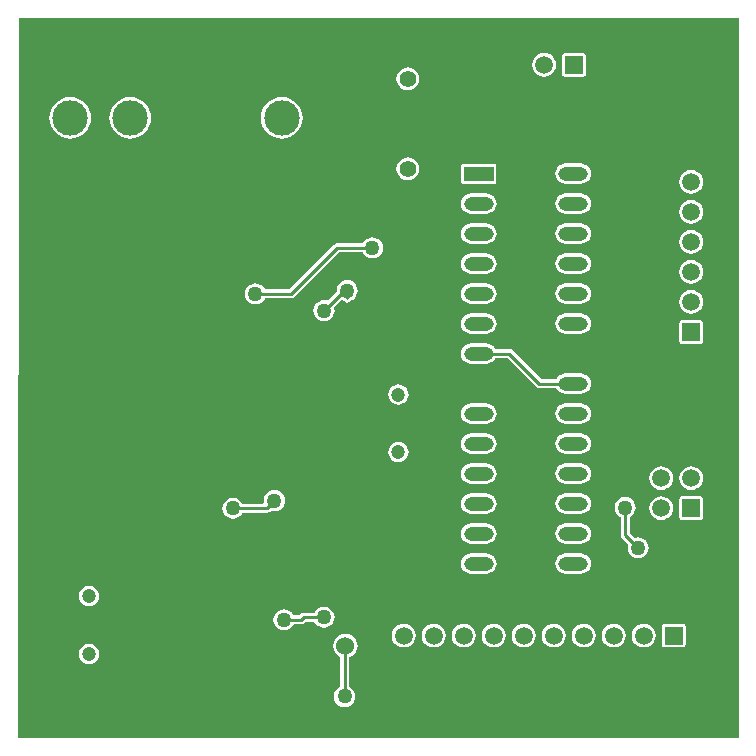
<source format=gbl>
G04 Layer_Physical_Order=2*
G04 Layer_Color=16711680*
%FSLAX44Y44*%
%MOMM*%
G71*
G01*
G75*
%ADD19C,0.2540*%
%ADD21R,1.5000X1.5000*%
%ADD22C,1.5000*%
%ADD23C,3.0000*%
%ADD24C,1.2000*%
%ADD25C,1.5240*%
%ADD26R,1.5000X1.5000*%
%ADD27O,2.5000X1.2000*%
%ADD28R,2.5000X1.2000*%
%ADD29C,1.4000*%
%ADD30C,1.2700*%
G36*
X1670000Y1230000D02*
Y620000D01*
X1060882Y620000D01*
X1059985Y620899D01*
X1061015Y1230000D01*
X1670000Y1230000D01*
D02*
G37*
%LPC*%
G36*
X1604600Y824727D02*
X1601979Y824382D01*
X1599537Y823370D01*
X1597439Y821761D01*
X1595830Y819663D01*
X1594818Y817221D01*
X1594473Y814600D01*
X1594818Y811979D01*
X1595830Y809537D01*
X1597439Y807439D01*
X1599537Y805830D01*
X1601979Y804818D01*
X1604600Y804473D01*
X1607221Y804818D01*
X1609663Y805830D01*
X1611761Y807439D01*
X1613370Y809537D01*
X1614382Y811979D01*
X1614727Y814600D01*
X1614382Y817221D01*
X1613370Y819663D01*
X1611761Y821761D01*
X1609663Y823370D01*
X1607221Y824382D01*
X1604600Y824727D01*
D02*
G37*
G36*
X1637500Y824690D02*
X1622500D01*
X1621509Y824493D01*
X1620669Y823931D01*
X1620107Y823091D01*
X1619910Y822100D01*
Y807100D01*
X1620107Y806109D01*
X1620669Y805269D01*
X1621509Y804707D01*
X1622500Y804510D01*
X1637500D01*
X1638491Y804707D01*
X1639331Y805269D01*
X1639893Y806109D01*
X1640090Y807100D01*
Y822100D01*
X1639893Y823091D01*
X1639331Y823931D01*
X1638491Y824493D01*
X1637500Y824690D01*
D02*
G37*
G36*
X1456500Y827014D02*
X1443500D01*
X1441271Y826720D01*
X1439193Y825860D01*
X1437409Y824491D01*
X1436040Y822707D01*
X1435180Y820629D01*
X1434886Y818400D01*
X1435180Y816171D01*
X1436040Y814093D01*
X1437409Y812309D01*
X1439193Y810940D01*
X1441271Y810080D01*
X1443500Y809786D01*
X1456500D01*
X1458729Y810080D01*
X1460807Y810940D01*
X1462591Y812309D01*
X1463960Y814093D01*
X1464820Y816171D01*
X1465114Y818400D01*
X1464820Y820629D01*
X1463960Y822707D01*
X1462591Y824491D01*
X1460807Y825860D01*
X1458729Y826720D01*
X1456500Y827014D01*
D02*
G37*
G36*
X1536500Y801614D02*
X1523500D01*
X1521271Y801320D01*
X1519193Y800460D01*
X1517409Y799091D01*
X1516040Y797307D01*
X1515180Y795229D01*
X1514886Y793000D01*
X1515180Y790771D01*
X1516040Y788693D01*
X1517409Y786909D01*
X1519193Y785540D01*
X1521271Y784680D01*
X1523500Y784386D01*
X1536500D01*
X1538729Y784680D01*
X1540807Y785540D01*
X1542591Y786909D01*
X1543960Y788693D01*
X1544820Y790771D01*
X1545114Y793000D01*
X1544820Y795229D01*
X1543960Y797307D01*
X1542591Y799091D01*
X1540807Y800460D01*
X1538729Y801320D01*
X1536500Y801614D01*
D02*
G37*
G36*
Y776214D02*
X1523500D01*
X1521271Y775920D01*
X1519193Y775060D01*
X1517409Y773691D01*
X1516040Y771907D01*
X1515180Y769829D01*
X1514886Y767600D01*
X1515180Y765371D01*
X1516040Y763293D01*
X1517409Y761509D01*
X1519193Y760140D01*
X1521271Y759280D01*
X1523500Y758986D01*
X1536500D01*
X1538729Y759280D01*
X1540807Y760140D01*
X1542591Y761509D01*
X1543960Y763293D01*
X1544820Y765371D01*
X1545114Y767600D01*
X1544820Y769829D01*
X1543960Y771907D01*
X1542591Y773691D01*
X1540807Y775060D01*
X1538729Y775920D01*
X1536500Y776214D01*
D02*
G37*
G36*
X1574000Y823967D02*
X1571679Y823661D01*
X1569517Y822765D01*
X1567660Y821340D01*
X1566235Y819483D01*
X1565339Y817321D01*
X1565033Y815000D01*
X1565339Y812679D01*
X1566235Y810517D01*
X1567660Y808660D01*
X1569517Y807235D01*
X1570115Y806987D01*
Y792000D01*
X1570411Y790513D01*
X1571253Y789253D01*
X1576587Y783919D01*
X1576339Y783321D01*
X1576033Y781000D01*
X1576339Y778679D01*
X1577235Y776517D01*
X1578660Y774660D01*
X1580517Y773235D01*
X1582679Y772339D01*
X1585000Y772033D01*
X1587321Y772339D01*
X1589483Y773235D01*
X1591340Y774660D01*
X1592765Y776517D01*
X1593661Y778679D01*
X1593967Y781000D01*
X1593661Y783321D01*
X1592765Y785483D01*
X1591340Y787340D01*
X1589483Y788765D01*
X1587321Y789661D01*
X1585000Y789967D01*
X1582679Y789661D01*
X1582081Y789413D01*
X1577885Y793609D01*
Y806987D01*
X1578483Y807235D01*
X1580340Y808660D01*
X1581765Y810517D01*
X1582661Y812679D01*
X1582967Y815000D01*
X1582661Y817321D01*
X1581765Y819483D01*
X1580340Y821340D01*
X1578483Y822765D01*
X1576321Y823661D01*
X1574000Y823967D01*
D02*
G37*
G36*
X1456500Y801614D02*
X1443500D01*
X1441271Y801320D01*
X1439193Y800460D01*
X1437409Y799091D01*
X1436040Y797307D01*
X1435180Y795229D01*
X1434886Y793000D01*
X1435180Y790771D01*
X1436040Y788693D01*
X1437409Y786909D01*
X1439193Y785540D01*
X1441271Y784680D01*
X1443500Y784386D01*
X1456500D01*
X1458729Y784680D01*
X1460807Y785540D01*
X1462591Y786909D01*
X1463960Y788693D01*
X1464820Y790771D01*
X1465114Y793000D01*
X1464820Y795229D01*
X1463960Y797307D01*
X1462591Y799091D01*
X1460807Y800460D01*
X1458729Y801320D01*
X1456500Y801614D01*
D02*
G37*
G36*
X1536500Y827014D02*
X1523500D01*
X1521271Y826720D01*
X1519193Y825860D01*
X1517409Y824491D01*
X1516040Y822707D01*
X1515180Y820629D01*
X1514886Y818400D01*
X1515180Y816171D01*
X1516040Y814093D01*
X1517409Y812309D01*
X1519193Y810940D01*
X1521271Y810080D01*
X1523500Y809786D01*
X1536500D01*
X1538729Y810080D01*
X1540807Y810940D01*
X1542591Y812309D01*
X1543960Y814093D01*
X1544820Y816171D01*
X1545114Y818400D01*
X1544820Y820629D01*
X1543960Y822707D01*
X1542591Y824491D01*
X1540807Y825860D01*
X1538729Y826720D01*
X1536500Y827014D01*
D02*
G37*
G36*
Y852414D02*
X1523500D01*
X1521271Y852120D01*
X1519193Y851260D01*
X1517409Y849891D01*
X1516040Y848107D01*
X1515180Y846029D01*
X1514886Y843800D01*
X1515180Y841571D01*
X1516040Y839493D01*
X1517409Y837709D01*
X1519193Y836340D01*
X1521271Y835480D01*
X1523500Y835186D01*
X1536500D01*
X1538729Y835480D01*
X1540807Y836340D01*
X1542591Y837709D01*
X1543960Y839493D01*
X1544820Y841571D01*
X1545114Y843800D01*
X1544820Y846029D01*
X1543960Y848107D01*
X1542591Y849891D01*
X1540807Y851260D01*
X1538729Y852120D01*
X1536500Y852414D01*
D02*
G37*
G36*
X1382000Y870614D02*
X1379771Y870320D01*
X1377693Y869460D01*
X1375909Y868091D01*
X1374540Y866307D01*
X1373680Y864229D01*
X1373386Y862000D01*
X1373680Y859771D01*
X1374540Y857693D01*
X1375909Y855909D01*
X1377693Y854540D01*
X1379771Y853680D01*
X1382000Y853386D01*
X1384229Y853680D01*
X1386307Y854540D01*
X1388091Y855909D01*
X1389460Y857693D01*
X1390320Y859771D01*
X1390614Y862000D01*
X1390320Y864229D01*
X1389460Y866307D01*
X1388091Y868091D01*
X1386307Y869460D01*
X1384229Y870320D01*
X1382000Y870614D01*
D02*
G37*
G36*
X1456500Y877814D02*
X1443500D01*
X1441271Y877520D01*
X1439193Y876660D01*
X1437409Y875291D01*
X1436040Y873507D01*
X1435180Y871429D01*
X1434886Y869200D01*
X1435180Y866971D01*
X1436040Y864893D01*
X1437409Y863109D01*
X1439193Y861740D01*
X1441271Y860880D01*
X1443500Y860586D01*
X1456500D01*
X1458729Y860880D01*
X1460807Y861740D01*
X1462591Y863109D01*
X1463960Y864893D01*
X1464820Y866971D01*
X1465114Y869200D01*
X1464820Y871429D01*
X1463960Y873507D01*
X1462591Y875291D01*
X1460807Y876660D01*
X1458729Y877520D01*
X1456500Y877814D01*
D02*
G37*
G36*
Y852414D02*
X1443500D01*
X1441271Y852120D01*
X1439193Y851260D01*
X1437409Y849891D01*
X1436040Y848107D01*
X1435180Y846029D01*
X1434886Y843800D01*
X1435180Y841571D01*
X1436040Y839493D01*
X1437409Y837709D01*
X1439193Y836340D01*
X1441271Y835480D01*
X1443500Y835186D01*
X1456500D01*
X1458729Y835480D01*
X1460807Y836340D01*
X1462591Y837709D01*
X1463960Y839493D01*
X1464820Y841571D01*
X1465114Y843800D01*
X1464820Y846029D01*
X1463960Y848107D01*
X1462591Y849891D01*
X1460807Y851260D01*
X1458729Y852120D01*
X1456500Y852414D01*
D02*
G37*
G36*
X1277000Y829967D02*
X1274679Y829661D01*
X1272517Y828765D01*
X1270660Y827340D01*
X1269235Y825483D01*
X1268339Y823321D01*
X1268033Y821000D01*
X1268210Y819655D01*
X1267154Y818385D01*
X1250013D01*
X1249765Y818983D01*
X1248340Y820840D01*
X1246483Y822265D01*
X1244321Y823161D01*
X1242000Y823467D01*
X1239679Y823161D01*
X1237517Y822265D01*
X1235660Y820840D01*
X1234235Y818983D01*
X1233339Y816821D01*
X1233033Y814500D01*
X1233339Y812179D01*
X1234235Y810017D01*
X1235660Y808160D01*
X1237517Y806735D01*
X1239679Y805839D01*
X1242000Y805533D01*
X1244321Y805839D01*
X1246483Y806735D01*
X1248340Y808160D01*
X1249765Y810017D01*
X1250013Y810615D01*
X1270500D01*
X1271987Y810911D01*
X1273247Y811753D01*
X1274081Y812587D01*
X1274679Y812339D01*
X1277000Y812033D01*
X1279321Y812339D01*
X1281483Y813235D01*
X1283340Y814660D01*
X1284765Y816517D01*
X1285661Y818679D01*
X1285967Y821000D01*
X1285661Y823321D01*
X1284765Y825483D01*
X1283340Y827340D01*
X1281483Y828765D01*
X1279321Y829661D01*
X1277000Y829967D01*
D02*
G37*
G36*
X1604600Y850127D02*
X1601979Y849782D01*
X1599537Y848770D01*
X1597439Y847161D01*
X1595830Y845063D01*
X1594818Y842621D01*
X1594473Y840000D01*
X1594818Y837379D01*
X1595830Y834937D01*
X1597439Y832839D01*
X1599537Y831230D01*
X1601979Y830218D01*
X1604600Y829873D01*
X1607221Y830218D01*
X1609663Y831230D01*
X1611761Y832839D01*
X1613370Y834937D01*
X1614382Y837379D01*
X1614727Y840000D01*
X1614382Y842621D01*
X1613370Y845063D01*
X1611761Y847161D01*
X1609663Y848770D01*
X1607221Y849782D01*
X1604600Y850127D01*
D02*
G37*
G36*
X1630000D02*
X1627379Y849782D01*
X1624937Y848770D01*
X1622839Y847161D01*
X1621230Y845063D01*
X1620218Y842621D01*
X1619873Y840000D01*
X1620218Y837379D01*
X1621230Y834937D01*
X1622839Y832839D01*
X1624937Y831230D01*
X1627379Y830218D01*
X1630000Y829873D01*
X1632621Y830218D01*
X1635063Y831230D01*
X1637161Y832839D01*
X1638770Y834937D01*
X1639782Y837379D01*
X1640127Y840000D01*
X1639782Y842621D01*
X1638770Y845063D01*
X1637161Y847161D01*
X1635063Y848770D01*
X1632621Y849782D01*
X1630000Y850127D01*
D02*
G37*
G36*
X1437350Y716877D02*
X1434729Y716532D01*
X1432287Y715520D01*
X1430189Y713911D01*
X1428580Y711813D01*
X1427568Y709371D01*
X1427223Y706750D01*
X1427568Y704129D01*
X1428580Y701687D01*
X1430189Y699589D01*
X1432287Y697980D01*
X1434729Y696968D01*
X1437350Y696623D01*
X1439971Y696968D01*
X1442413Y697980D01*
X1444511Y699589D01*
X1446120Y701687D01*
X1447132Y704129D01*
X1447477Y706750D01*
X1447132Y709371D01*
X1446120Y711813D01*
X1444511Y713911D01*
X1442413Y715520D01*
X1439971Y716532D01*
X1437350Y716877D01*
D02*
G37*
G36*
X1462750D02*
X1460129Y716532D01*
X1457687Y715520D01*
X1455589Y713911D01*
X1453980Y711813D01*
X1452968Y709371D01*
X1452623Y706750D01*
X1452968Y704129D01*
X1453980Y701687D01*
X1455589Y699589D01*
X1457687Y697980D01*
X1460129Y696968D01*
X1462750Y696623D01*
X1465371Y696968D01*
X1467813Y697980D01*
X1469911Y699589D01*
X1471520Y701687D01*
X1472532Y704129D01*
X1472877Y706750D01*
X1472532Y709371D01*
X1471520Y711813D01*
X1469911Y713911D01*
X1467813Y715520D01*
X1465371Y716532D01*
X1462750Y716877D01*
D02*
G37*
G36*
X1488150D02*
X1485529Y716532D01*
X1483087Y715520D01*
X1480989Y713911D01*
X1479380Y711813D01*
X1478368Y709371D01*
X1478023Y706750D01*
X1478368Y704129D01*
X1479380Y701687D01*
X1480989Y699589D01*
X1483087Y697980D01*
X1485529Y696968D01*
X1488150Y696623D01*
X1490771Y696968D01*
X1493213Y697980D01*
X1495311Y699589D01*
X1496920Y701687D01*
X1497932Y704129D01*
X1498277Y706750D01*
X1497932Y709371D01*
X1496920Y711813D01*
X1495311Y713911D01*
X1493213Y715520D01*
X1490771Y716532D01*
X1488150Y716877D01*
D02*
G37*
G36*
X1411950D02*
X1409329Y716532D01*
X1406887Y715520D01*
X1404789Y713911D01*
X1403180Y711813D01*
X1402168Y709371D01*
X1401823Y706750D01*
X1402168Y704129D01*
X1403180Y701687D01*
X1404789Y699589D01*
X1406887Y697980D01*
X1409329Y696968D01*
X1411950Y696623D01*
X1414571Y696968D01*
X1417013Y697980D01*
X1419111Y699589D01*
X1420720Y701687D01*
X1421732Y704129D01*
X1422077Y706750D01*
X1421732Y709371D01*
X1420720Y711813D01*
X1419111Y713911D01*
X1417013Y715520D01*
X1414571Y716532D01*
X1411950Y716877D01*
D02*
G37*
G36*
X1337250Y708248D02*
X1334598Y707898D01*
X1332126Y706875D01*
X1330004Y705246D01*
X1328375Y703124D01*
X1327352Y700652D01*
X1327002Y698000D01*
X1327352Y695348D01*
X1328375Y692876D01*
X1330004Y690754D01*
X1332126Y689125D01*
X1332615Y688923D01*
Y663263D01*
X1332017Y663015D01*
X1330160Y661590D01*
X1328735Y659733D01*
X1327839Y657571D01*
X1327533Y655250D01*
X1327839Y652929D01*
X1328735Y650767D01*
X1330160Y648910D01*
X1332017Y647485D01*
X1334179Y646589D01*
X1336500Y646283D01*
X1338821Y646589D01*
X1340983Y647485D01*
X1342840Y648910D01*
X1344265Y650767D01*
X1345161Y652929D01*
X1345467Y655250D01*
X1345161Y657571D01*
X1344265Y659733D01*
X1342840Y661590D01*
X1340983Y663015D01*
X1340385Y663263D01*
Y688301D01*
X1342374Y689125D01*
X1344496Y690754D01*
X1346125Y692876D01*
X1347148Y695348D01*
X1347498Y698000D01*
X1347148Y700652D01*
X1346125Y703124D01*
X1344496Y705246D01*
X1342374Y706875D01*
X1339902Y707898D01*
X1337250Y708248D01*
D02*
G37*
G36*
X1120000Y699814D02*
X1117771Y699520D01*
X1115693Y698660D01*
X1113909Y697291D01*
X1112540Y695507D01*
X1111680Y693429D01*
X1111386Y691200D01*
X1111680Y688971D01*
X1112540Y686893D01*
X1113909Y685109D01*
X1115693Y683740D01*
X1117771Y682880D01*
X1120000Y682586D01*
X1122229Y682880D01*
X1124307Y683740D01*
X1126091Y685109D01*
X1127460Y686893D01*
X1128320Y688971D01*
X1128614Y691200D01*
X1128320Y693429D01*
X1127460Y695507D01*
X1126091Y697291D01*
X1124307Y698660D01*
X1122229Y699520D01*
X1120000Y699814D01*
D02*
G37*
G36*
X1386550Y716877D02*
X1383929Y716532D01*
X1381487Y715520D01*
X1379389Y713911D01*
X1377780Y711813D01*
X1376768Y709371D01*
X1376423Y706750D01*
X1376768Y704129D01*
X1377780Y701687D01*
X1379389Y699589D01*
X1381487Y697980D01*
X1383929Y696968D01*
X1386550Y696623D01*
X1389171Y696968D01*
X1391613Y697980D01*
X1393711Y699589D01*
X1395320Y701687D01*
X1396332Y704129D01*
X1396677Y706750D01*
X1396332Y709371D01*
X1395320Y711813D01*
X1393711Y713911D01*
X1391613Y715520D01*
X1389171Y716532D01*
X1386550Y716877D01*
D02*
G37*
G36*
X1513550D02*
X1510929Y716532D01*
X1508487Y715520D01*
X1506389Y713911D01*
X1504780Y711813D01*
X1503768Y709371D01*
X1503423Y706750D01*
X1503768Y704129D01*
X1504780Y701687D01*
X1506389Y699589D01*
X1508487Y697980D01*
X1510929Y696968D01*
X1513550Y696623D01*
X1516171Y696968D01*
X1518613Y697980D01*
X1520711Y699589D01*
X1522320Y701687D01*
X1523332Y704129D01*
X1523677Y706750D01*
X1523332Y709371D01*
X1522320Y711813D01*
X1520711Y713911D01*
X1518613Y715520D01*
X1516171Y716532D01*
X1513550Y716877D01*
D02*
G37*
G36*
X1319000Y731217D02*
X1316679Y730911D01*
X1314517Y730015D01*
X1312660Y728590D01*
X1311235Y726733D01*
X1310987Y726135D01*
X1301750D01*
X1300263Y725839D01*
X1299003Y724997D01*
X1297891Y723885D01*
X1293263D01*
X1293015Y724483D01*
X1291590Y726340D01*
X1289733Y727765D01*
X1287571Y728661D01*
X1285250Y728967D01*
X1282929Y728661D01*
X1280767Y727765D01*
X1278910Y726340D01*
X1277485Y724483D01*
X1276589Y722321D01*
X1276283Y720000D01*
X1276589Y717679D01*
X1277485Y715517D01*
X1278910Y713660D01*
X1280767Y712235D01*
X1282929Y711339D01*
X1285250Y711033D01*
X1287571Y711339D01*
X1289733Y712235D01*
X1291590Y713660D01*
X1293015Y715517D01*
X1293263Y716115D01*
X1299500D01*
X1300987Y716411D01*
X1302247Y717253D01*
X1303359Y718365D01*
X1310987D01*
X1311235Y717767D01*
X1312660Y715910D01*
X1314517Y714485D01*
X1316679Y713589D01*
X1319000Y713283D01*
X1321321Y713589D01*
X1323483Y714485D01*
X1325340Y715910D01*
X1326765Y717767D01*
X1327661Y719929D01*
X1327967Y722250D01*
X1327661Y724571D01*
X1326765Y726733D01*
X1325340Y728590D01*
X1323483Y730015D01*
X1321321Y730911D01*
X1319000Y731217D01*
D02*
G37*
G36*
X1120000Y748614D02*
X1117771Y748320D01*
X1115693Y747460D01*
X1113909Y746091D01*
X1112540Y744307D01*
X1111680Y742229D01*
X1111386Y740000D01*
X1111680Y737771D01*
X1112540Y735693D01*
X1113909Y733909D01*
X1115693Y732540D01*
X1117771Y731680D01*
X1120000Y731386D01*
X1122229Y731680D01*
X1124307Y732540D01*
X1126091Y733909D01*
X1127460Y735693D01*
X1128320Y737771D01*
X1128614Y740000D01*
X1128320Y742229D01*
X1127460Y744307D01*
X1126091Y746091D01*
X1124307Y747460D01*
X1122229Y748320D01*
X1120000Y748614D01*
D02*
G37*
G36*
X1456500Y776214D02*
X1443500D01*
X1441271Y775920D01*
X1439193Y775060D01*
X1437409Y773691D01*
X1436040Y771907D01*
X1435180Y769829D01*
X1434886Y767600D01*
X1435180Y765371D01*
X1436040Y763293D01*
X1437409Y761509D01*
X1439193Y760140D01*
X1441271Y759280D01*
X1443500Y758986D01*
X1456500D01*
X1458729Y759280D01*
X1460807Y760140D01*
X1462591Y761509D01*
X1463960Y763293D01*
X1464820Y765371D01*
X1465114Y767600D01*
X1464820Y769829D01*
X1463960Y771907D01*
X1462591Y773691D01*
X1460807Y775060D01*
X1458729Y775920D01*
X1456500Y776214D01*
D02*
G37*
G36*
X1622650Y716840D02*
X1607650D01*
X1606659Y716643D01*
X1605819Y716081D01*
X1605257Y715241D01*
X1605060Y714250D01*
Y699250D01*
X1605257Y698259D01*
X1605819Y697419D01*
X1606659Y696857D01*
X1607650Y696660D01*
X1622650D01*
X1623641Y696857D01*
X1624481Y697419D01*
X1625043Y698259D01*
X1625240Y699250D01*
Y714250D01*
X1625043Y715241D01*
X1624481Y716081D01*
X1623641Y716643D01*
X1622650Y716840D01*
D02*
G37*
G36*
X1538950Y716877D02*
X1536329Y716532D01*
X1533887Y715520D01*
X1531789Y713911D01*
X1530180Y711813D01*
X1529168Y709371D01*
X1528823Y706750D01*
X1529168Y704129D01*
X1530180Y701687D01*
X1531789Y699589D01*
X1533887Y697980D01*
X1536329Y696968D01*
X1538950Y696623D01*
X1541571Y696968D01*
X1544013Y697980D01*
X1546111Y699589D01*
X1547720Y701687D01*
X1548732Y704129D01*
X1549077Y706750D01*
X1548732Y709371D01*
X1547720Y711813D01*
X1546111Y713911D01*
X1544013Y715520D01*
X1541571Y716532D01*
X1538950Y716877D01*
D02*
G37*
G36*
X1564350D02*
X1561729Y716532D01*
X1559287Y715520D01*
X1557189Y713911D01*
X1555580Y711813D01*
X1554568Y709371D01*
X1554223Y706750D01*
X1554568Y704129D01*
X1555580Y701687D01*
X1557189Y699589D01*
X1559287Y697980D01*
X1561729Y696968D01*
X1564350Y696623D01*
X1566971Y696968D01*
X1569413Y697980D01*
X1571511Y699589D01*
X1573120Y701687D01*
X1574132Y704129D01*
X1574477Y706750D01*
X1574132Y709371D01*
X1573120Y711813D01*
X1571511Y713911D01*
X1569413Y715520D01*
X1566971Y716532D01*
X1564350Y716877D01*
D02*
G37*
G36*
X1589750D02*
X1587129Y716532D01*
X1584687Y715520D01*
X1582589Y713911D01*
X1580980Y711813D01*
X1579968Y709371D01*
X1579623Y706750D01*
X1579968Y704129D01*
X1580980Y701687D01*
X1582589Y699589D01*
X1584687Y697980D01*
X1587129Y696968D01*
X1589750Y696623D01*
X1592371Y696968D01*
X1594813Y697980D01*
X1596911Y699589D01*
X1598520Y701687D01*
X1599532Y704129D01*
X1599877Y706750D01*
X1599532Y709371D01*
X1598520Y711813D01*
X1596911Y713911D01*
X1594813Y715520D01*
X1592371Y716532D01*
X1589750Y716877D01*
D02*
G37*
G36*
X1536500Y877814D02*
X1523500D01*
X1521271Y877520D01*
X1519193Y876660D01*
X1517409Y875291D01*
X1516040Y873507D01*
X1515180Y871429D01*
X1514886Y869200D01*
X1515180Y866971D01*
X1516040Y864893D01*
X1517409Y863109D01*
X1519193Y861740D01*
X1521271Y860880D01*
X1523500Y860586D01*
X1536500D01*
X1538729Y860880D01*
X1540807Y861740D01*
X1542591Y863109D01*
X1543960Y864893D01*
X1544820Y866971D01*
X1545114Y869200D01*
X1544820Y871429D01*
X1543960Y873507D01*
X1542591Y875291D01*
X1540807Y876660D01*
X1538729Y877520D01*
X1536500Y877814D01*
D02*
G37*
G36*
Y1081014D02*
X1523500D01*
X1521271Y1080720D01*
X1519193Y1079860D01*
X1517409Y1078491D01*
X1516040Y1076707D01*
X1515180Y1074629D01*
X1514886Y1072400D01*
X1515180Y1070171D01*
X1516040Y1068093D01*
X1517409Y1066309D01*
X1519193Y1064940D01*
X1521271Y1064080D01*
X1523500Y1063786D01*
X1536500D01*
X1538729Y1064080D01*
X1540807Y1064940D01*
X1542591Y1066309D01*
X1543960Y1068093D01*
X1544820Y1070171D01*
X1545114Y1072400D01*
X1544820Y1074629D01*
X1543960Y1076707D01*
X1542591Y1078491D01*
X1540807Y1079860D01*
X1538729Y1080720D01*
X1536500Y1081014D01*
D02*
G37*
G36*
X1630000Y1100927D02*
X1627379Y1100582D01*
X1624937Y1099570D01*
X1622839Y1097961D01*
X1621230Y1095863D01*
X1620218Y1093421D01*
X1619873Y1090800D01*
X1620218Y1088179D01*
X1621230Y1085737D01*
X1622839Y1083639D01*
X1624937Y1082030D01*
X1627379Y1081018D01*
X1630000Y1080673D01*
X1632621Y1081018D01*
X1635063Y1082030D01*
X1637161Y1083639D01*
X1638770Y1085737D01*
X1639782Y1088179D01*
X1640127Y1090800D01*
X1639782Y1093421D01*
X1638770Y1095863D01*
X1637161Y1097961D01*
X1635063Y1099570D01*
X1632621Y1100582D01*
X1630000Y1100927D01*
D02*
G37*
G36*
X1536500Y1106414D02*
X1523500D01*
X1521271Y1106120D01*
X1519193Y1105260D01*
X1517409Y1103891D01*
X1516040Y1102107D01*
X1515180Y1100029D01*
X1514886Y1097800D01*
X1515180Y1095571D01*
X1516040Y1093493D01*
X1517409Y1091709D01*
X1519193Y1090340D01*
X1521271Y1089480D01*
X1523500Y1089186D01*
X1536500D01*
X1538729Y1089480D01*
X1540807Y1090340D01*
X1542591Y1091709D01*
X1543960Y1093493D01*
X1544820Y1095571D01*
X1545114Y1097800D01*
X1544820Y1100029D01*
X1543960Y1102107D01*
X1542591Y1103891D01*
X1540807Y1105260D01*
X1538729Y1106120D01*
X1536500Y1106414D01*
D02*
G37*
G36*
X1456500Y1081014D02*
X1443500D01*
X1441271Y1080720D01*
X1439193Y1079860D01*
X1437409Y1078491D01*
X1436040Y1076707D01*
X1435180Y1074629D01*
X1434886Y1072400D01*
X1435180Y1070171D01*
X1436040Y1068093D01*
X1437409Y1066309D01*
X1439193Y1064940D01*
X1441271Y1064080D01*
X1443500Y1063786D01*
X1456500D01*
X1458729Y1064080D01*
X1460807Y1064940D01*
X1462591Y1066309D01*
X1463960Y1068093D01*
X1464820Y1070171D01*
X1465114Y1072400D01*
X1464820Y1074629D01*
X1463960Y1076707D01*
X1462591Y1078491D01*
X1460807Y1079860D01*
X1458729Y1080720D01*
X1456500Y1081014D01*
D02*
G37*
G36*
Y1055614D02*
X1443500D01*
X1441271Y1055320D01*
X1439193Y1054460D01*
X1437409Y1053091D01*
X1436040Y1051307D01*
X1435180Y1049229D01*
X1434886Y1047000D01*
X1435180Y1044771D01*
X1436040Y1042693D01*
X1437409Y1040909D01*
X1439193Y1039540D01*
X1441271Y1038680D01*
X1443500Y1038386D01*
X1456500D01*
X1458729Y1038680D01*
X1460807Y1039540D01*
X1462591Y1040909D01*
X1463960Y1042693D01*
X1464820Y1044771D01*
X1465114Y1047000D01*
X1464820Y1049229D01*
X1463960Y1051307D01*
X1462591Y1053091D01*
X1460807Y1054460D01*
X1458729Y1055320D01*
X1456500Y1055614D01*
D02*
G37*
G36*
X1536500D02*
X1523500D01*
X1521271Y1055320D01*
X1519193Y1054460D01*
X1517409Y1053091D01*
X1516040Y1051307D01*
X1515180Y1049229D01*
X1514886Y1047000D01*
X1515180Y1044771D01*
X1516040Y1042693D01*
X1517409Y1040909D01*
X1519193Y1039540D01*
X1521271Y1038680D01*
X1523500Y1038386D01*
X1536500D01*
X1538729Y1038680D01*
X1540807Y1039540D01*
X1542591Y1040909D01*
X1543960Y1042693D01*
X1544820Y1044771D01*
X1545114Y1047000D01*
X1544820Y1049229D01*
X1543960Y1051307D01*
X1542591Y1053091D01*
X1540807Y1054460D01*
X1538729Y1055320D01*
X1536500Y1055614D01*
D02*
G37*
G36*
X1630000Y1075527D02*
X1627379Y1075182D01*
X1624937Y1074170D01*
X1622839Y1072561D01*
X1621230Y1070463D01*
X1620218Y1068021D01*
X1619873Y1065400D01*
X1620218Y1062779D01*
X1621230Y1060337D01*
X1622839Y1058239D01*
X1624937Y1056630D01*
X1627379Y1055618D01*
X1630000Y1055273D01*
X1632621Y1055618D01*
X1635063Y1056630D01*
X1637161Y1058239D01*
X1638770Y1060337D01*
X1639782Y1062779D01*
X1640127Y1065400D01*
X1639782Y1068021D01*
X1638770Y1070463D01*
X1637161Y1072561D01*
X1635063Y1074170D01*
X1632621Y1075182D01*
X1630000Y1075527D01*
D02*
G37*
G36*
X1462500Y1106390D02*
X1437500D01*
X1436509Y1106193D01*
X1435669Y1105631D01*
X1435107Y1104791D01*
X1434910Y1103800D01*
Y1091800D01*
X1435107Y1090809D01*
X1435669Y1089969D01*
X1436509Y1089407D01*
X1437500Y1089210D01*
X1462500D01*
X1463491Y1089407D01*
X1464331Y1089969D01*
X1464893Y1090809D01*
X1465090Y1091800D01*
Y1103800D01*
X1464893Y1104791D01*
X1464331Y1105631D01*
X1463491Y1106193D01*
X1462500Y1106390D01*
D02*
G37*
G36*
X1390000Y1187722D02*
X1387509Y1187394D01*
X1385189Y1186433D01*
X1383196Y1184904D01*
X1381667Y1182911D01*
X1380706Y1180591D01*
X1380378Y1178100D01*
X1380706Y1175610D01*
X1381667Y1173289D01*
X1383196Y1171296D01*
X1385189Y1169767D01*
X1387509Y1168806D01*
X1390000Y1168478D01*
X1392490Y1168806D01*
X1394811Y1169767D01*
X1396804Y1171296D01*
X1398333Y1173289D01*
X1399294Y1175610D01*
X1399622Y1178100D01*
X1399294Y1180591D01*
X1398333Y1182911D01*
X1396804Y1184904D01*
X1394811Y1186433D01*
X1392490Y1187394D01*
X1390000Y1187722D01*
D02*
G37*
G36*
X1505400Y1200127D02*
X1502779Y1199782D01*
X1500337Y1198770D01*
X1498239Y1197161D01*
X1496630Y1195063D01*
X1495618Y1192621D01*
X1495273Y1190000D01*
X1495618Y1187379D01*
X1496630Y1184937D01*
X1498239Y1182839D01*
X1500337Y1181230D01*
X1502779Y1180218D01*
X1505400Y1179873D01*
X1508021Y1180218D01*
X1510463Y1181230D01*
X1512561Y1182839D01*
X1514170Y1184937D01*
X1515182Y1187379D01*
X1515527Y1190000D01*
X1515182Y1192621D01*
X1514170Y1195063D01*
X1512561Y1197161D01*
X1510463Y1198770D01*
X1508021Y1199782D01*
X1505400Y1200127D01*
D02*
G37*
G36*
X1538300Y1200090D02*
X1523300D01*
X1522309Y1199893D01*
X1521469Y1199331D01*
X1520907Y1198491D01*
X1520710Y1197500D01*
Y1182500D01*
X1520907Y1181509D01*
X1521469Y1180669D01*
X1522309Y1180107D01*
X1523300Y1179910D01*
X1538300D01*
X1539291Y1180107D01*
X1540131Y1180669D01*
X1540693Y1181509D01*
X1540890Y1182500D01*
Y1197500D01*
X1540693Y1198491D01*
X1540131Y1199331D01*
X1539291Y1199893D01*
X1538300Y1200090D01*
D02*
G37*
G36*
X1283250Y1162625D02*
X1279812Y1162286D01*
X1276505Y1161283D01*
X1273458Y1159654D01*
X1270787Y1157463D01*
X1268596Y1154792D01*
X1266967Y1151745D01*
X1265964Y1148438D01*
X1265625Y1145000D01*
X1265964Y1141562D01*
X1266967Y1138255D01*
X1268596Y1135208D01*
X1270787Y1132537D01*
X1273458Y1130346D01*
X1276505Y1128717D01*
X1279812Y1127714D01*
X1283250Y1127375D01*
X1286689Y1127714D01*
X1289995Y1128717D01*
X1293042Y1130346D01*
X1295713Y1132537D01*
X1297905Y1135208D01*
X1299533Y1138255D01*
X1300536Y1141562D01*
X1300875Y1145000D01*
X1300536Y1148438D01*
X1299533Y1151745D01*
X1297905Y1154792D01*
X1295713Y1157463D01*
X1293042Y1159654D01*
X1289995Y1161283D01*
X1286689Y1162286D01*
X1283250Y1162625D01*
D02*
G37*
G36*
X1390000Y1111522D02*
X1387509Y1111195D01*
X1385189Y1110233D01*
X1383196Y1108704D01*
X1381667Y1106711D01*
X1380706Y1104390D01*
X1380378Y1101900D01*
X1380706Y1099410D01*
X1381667Y1097089D01*
X1383196Y1095096D01*
X1385189Y1093567D01*
X1387509Y1092606D01*
X1390000Y1092278D01*
X1392490Y1092606D01*
X1394811Y1093567D01*
X1396804Y1095096D01*
X1398333Y1097089D01*
X1399294Y1099410D01*
X1399622Y1101900D01*
X1399294Y1104390D01*
X1398333Y1106711D01*
X1396804Y1108704D01*
X1394811Y1110233D01*
X1392490Y1111195D01*
X1390000Y1111522D01*
D02*
G37*
G36*
X1104200Y1162625D02*
X1100762Y1162286D01*
X1097455Y1161283D01*
X1094408Y1159654D01*
X1091737Y1157463D01*
X1089546Y1154792D01*
X1087917Y1151745D01*
X1086914Y1148438D01*
X1086575Y1145000D01*
X1086914Y1141562D01*
X1087917Y1138255D01*
X1089546Y1135208D01*
X1091737Y1132537D01*
X1094408Y1130346D01*
X1097455Y1128717D01*
X1100762Y1127714D01*
X1104200Y1127375D01*
X1107638Y1127714D01*
X1110945Y1128717D01*
X1113992Y1130346D01*
X1116663Y1132537D01*
X1118855Y1135208D01*
X1120483Y1138255D01*
X1121486Y1141562D01*
X1121825Y1145000D01*
X1121486Y1148438D01*
X1120483Y1151745D01*
X1118855Y1154792D01*
X1116663Y1157463D01*
X1113992Y1159654D01*
X1110945Y1161283D01*
X1107638Y1162286D01*
X1104200Y1162625D01*
D02*
G37*
G36*
X1155000D02*
X1151562Y1162286D01*
X1148255Y1161283D01*
X1145208Y1159654D01*
X1142537Y1157463D01*
X1140346Y1154792D01*
X1138717Y1151745D01*
X1137714Y1148438D01*
X1137375Y1145000D01*
X1137714Y1141562D01*
X1138717Y1138255D01*
X1140346Y1135208D01*
X1142537Y1132537D01*
X1145208Y1130346D01*
X1148255Y1128717D01*
X1151562Y1127714D01*
X1155000Y1127375D01*
X1158438Y1127714D01*
X1161745Y1128717D01*
X1164792Y1130346D01*
X1167463Y1132537D01*
X1169654Y1135208D01*
X1171283Y1138255D01*
X1172286Y1141562D01*
X1172625Y1145000D01*
X1172286Y1148438D01*
X1171283Y1151745D01*
X1169654Y1154792D01*
X1167463Y1157463D01*
X1164792Y1159654D01*
X1161745Y1161283D01*
X1158438Y1162286D01*
X1155000Y1162625D01*
D02*
G37*
G36*
X1630000Y1050127D02*
X1627379Y1049782D01*
X1624937Y1048770D01*
X1622839Y1047161D01*
X1621230Y1045063D01*
X1620218Y1042621D01*
X1619873Y1040000D01*
X1620218Y1037379D01*
X1621230Y1034937D01*
X1622839Y1032839D01*
X1624937Y1031230D01*
X1627379Y1030218D01*
X1630000Y1029873D01*
X1632621Y1030218D01*
X1635063Y1031230D01*
X1637161Y1032839D01*
X1638770Y1034937D01*
X1639782Y1037379D01*
X1640127Y1040000D01*
X1639782Y1042621D01*
X1638770Y1045063D01*
X1637161Y1047161D01*
X1635063Y1048770D01*
X1632621Y1049782D01*
X1630000Y1050127D01*
D02*
G37*
G36*
X1637500Y973890D02*
X1622500D01*
X1621509Y973693D01*
X1620669Y973131D01*
X1620107Y972291D01*
X1619910Y971300D01*
Y956300D01*
X1620107Y955309D01*
X1620669Y954469D01*
X1621509Y953907D01*
X1622500Y953710D01*
X1637500D01*
X1638491Y953907D01*
X1639331Y954469D01*
X1639893Y955309D01*
X1640090Y956300D01*
Y971300D01*
X1639893Y972291D01*
X1639331Y973131D01*
X1638491Y973693D01*
X1637500Y973890D01*
D02*
G37*
G36*
X1456500Y979414D02*
X1443500D01*
X1441271Y979120D01*
X1439193Y978260D01*
X1437409Y976891D01*
X1436040Y975107D01*
X1435180Y973029D01*
X1434886Y970800D01*
X1435180Y968571D01*
X1436040Y966493D01*
X1437409Y964709D01*
X1439193Y963340D01*
X1441271Y962480D01*
X1443500Y962186D01*
X1456500D01*
X1458729Y962480D01*
X1460807Y963340D01*
X1462591Y964709D01*
X1463960Y966493D01*
X1464820Y968571D01*
X1465114Y970800D01*
X1464820Y973029D01*
X1463960Y975107D01*
X1462591Y976891D01*
X1460807Y978260D01*
X1458729Y979120D01*
X1456500Y979414D01*
D02*
G37*
G36*
X1536500D02*
X1523500D01*
X1521271Y979120D01*
X1519193Y978260D01*
X1517409Y976891D01*
X1516040Y975107D01*
X1515180Y973029D01*
X1514886Y970800D01*
X1515180Y968571D01*
X1516040Y966493D01*
X1517409Y964709D01*
X1519193Y963340D01*
X1521271Y962480D01*
X1523500Y962186D01*
X1536500D01*
X1538729Y962480D01*
X1540807Y963340D01*
X1542591Y964709D01*
X1543960Y966493D01*
X1544820Y968571D01*
X1545114Y970800D01*
X1544820Y973029D01*
X1543960Y975107D01*
X1542591Y976891D01*
X1540807Y978260D01*
X1538729Y979120D01*
X1536500Y979414D01*
D02*
G37*
G36*
X1456500Y954014D02*
X1443500D01*
X1441271Y953720D01*
X1439193Y952860D01*
X1437409Y951491D01*
X1436040Y949707D01*
X1435180Y947629D01*
X1434886Y945400D01*
X1435180Y943171D01*
X1436040Y941093D01*
X1437409Y939309D01*
X1439193Y937940D01*
X1441271Y937080D01*
X1443500Y936786D01*
X1456500D01*
X1458729Y937080D01*
X1460807Y937940D01*
X1462591Y939309D01*
X1463960Y941093D01*
X1464135Y941515D01*
X1474491D01*
X1498753Y917253D01*
X1500013Y916411D01*
X1501500Y916115D01*
X1515865D01*
X1516040Y915693D01*
X1517409Y913909D01*
X1519193Y912540D01*
X1521271Y911680D01*
X1523500Y911386D01*
X1536500D01*
X1538729Y911680D01*
X1540807Y912540D01*
X1542591Y913909D01*
X1543960Y915693D01*
X1544820Y917771D01*
X1545114Y920000D01*
X1544820Y922229D01*
X1543960Y924307D01*
X1542591Y926091D01*
X1540807Y927460D01*
X1538729Y928320D01*
X1536500Y928614D01*
X1523500D01*
X1521271Y928320D01*
X1519193Y927460D01*
X1517409Y926091D01*
X1516040Y924307D01*
X1515865Y923885D01*
X1503109D01*
X1478847Y948147D01*
X1477587Y948989D01*
X1476100Y949285D01*
X1464135D01*
X1463960Y949707D01*
X1462591Y951491D01*
X1460807Y952860D01*
X1458729Y953720D01*
X1456500Y954014D01*
D02*
G37*
G36*
Y903214D02*
X1443500D01*
X1441271Y902920D01*
X1439193Y902060D01*
X1437409Y900691D01*
X1436040Y898907D01*
X1435180Y896829D01*
X1434886Y894600D01*
X1435180Y892371D01*
X1436040Y890293D01*
X1437409Y888509D01*
X1439193Y887140D01*
X1441271Y886280D01*
X1443500Y885986D01*
X1456500D01*
X1458729Y886280D01*
X1460807Y887140D01*
X1462591Y888509D01*
X1463960Y890293D01*
X1464820Y892371D01*
X1465114Y894600D01*
X1464820Y896829D01*
X1463960Y898907D01*
X1462591Y900691D01*
X1460807Y902060D01*
X1458729Y902920D01*
X1456500Y903214D01*
D02*
G37*
G36*
X1536500D02*
X1523500D01*
X1521271Y902920D01*
X1519193Y902060D01*
X1517409Y900691D01*
X1516040Y898907D01*
X1515180Y896829D01*
X1514886Y894600D01*
X1515180Y892371D01*
X1516040Y890293D01*
X1517409Y888509D01*
X1519193Y887140D01*
X1521271Y886280D01*
X1523500Y885986D01*
X1536500D01*
X1538729Y886280D01*
X1540807Y887140D01*
X1542591Y888509D01*
X1543960Y890293D01*
X1544820Y892371D01*
X1545114Y894600D01*
X1544820Y896829D01*
X1543960Y898907D01*
X1542591Y900691D01*
X1540807Y902060D01*
X1538729Y902920D01*
X1536500Y903214D01*
D02*
G37*
G36*
X1382000Y919414D02*
X1379771Y919120D01*
X1377693Y918260D01*
X1375909Y916891D01*
X1374540Y915107D01*
X1373680Y913029D01*
X1373386Y910800D01*
X1373680Y908571D01*
X1374540Y906493D01*
X1375909Y904709D01*
X1377693Y903340D01*
X1379771Y902480D01*
X1382000Y902186D01*
X1384229Y902480D01*
X1386307Y903340D01*
X1388091Y904709D01*
X1389460Y906493D01*
X1390320Y908571D01*
X1390614Y910800D01*
X1390320Y913029D01*
X1389460Y915107D01*
X1388091Y916891D01*
X1386307Y918260D01*
X1384229Y919120D01*
X1382000Y919414D01*
D02*
G37*
G36*
X1630000Y999327D02*
X1627379Y998982D01*
X1624937Y997970D01*
X1622839Y996361D01*
X1621230Y994263D01*
X1620218Y991821D01*
X1619873Y989200D01*
X1620218Y986579D01*
X1621230Y984137D01*
X1622839Y982039D01*
X1624937Y980430D01*
X1627379Y979418D01*
X1630000Y979073D01*
X1632621Y979418D01*
X1635063Y980430D01*
X1637161Y982039D01*
X1638770Y984137D01*
X1639782Y986579D01*
X1640127Y989200D01*
X1639782Y991821D01*
X1638770Y994263D01*
X1637161Y996361D01*
X1635063Y997970D01*
X1632621Y998982D01*
X1630000Y999327D01*
D02*
G37*
G36*
X1456500Y1030214D02*
X1443500D01*
X1441271Y1029920D01*
X1439193Y1029060D01*
X1437409Y1027691D01*
X1436040Y1025907D01*
X1435180Y1023829D01*
X1434886Y1021600D01*
X1435180Y1019371D01*
X1436040Y1017293D01*
X1437409Y1015509D01*
X1439193Y1014140D01*
X1441271Y1013280D01*
X1443500Y1012986D01*
X1456500D01*
X1458729Y1013280D01*
X1460807Y1014140D01*
X1462591Y1015509D01*
X1463960Y1017293D01*
X1464820Y1019371D01*
X1465114Y1021600D01*
X1464820Y1023829D01*
X1463960Y1025907D01*
X1462591Y1027691D01*
X1460807Y1029060D01*
X1458729Y1029920D01*
X1456500Y1030214D01*
D02*
G37*
G36*
X1536500D02*
X1523500D01*
X1521271Y1029920D01*
X1519193Y1029060D01*
X1517409Y1027691D01*
X1516040Y1025907D01*
X1515180Y1023829D01*
X1514886Y1021600D01*
X1515180Y1019371D01*
X1516040Y1017293D01*
X1517409Y1015509D01*
X1519193Y1014140D01*
X1521271Y1013280D01*
X1523500Y1012986D01*
X1536500D01*
X1538729Y1013280D01*
X1540807Y1014140D01*
X1542591Y1015509D01*
X1543960Y1017293D01*
X1544820Y1019371D01*
X1545114Y1021600D01*
X1544820Y1023829D01*
X1543960Y1025907D01*
X1542591Y1027691D01*
X1540807Y1029060D01*
X1538729Y1029920D01*
X1536500Y1030214D01*
D02*
G37*
G36*
X1360000Y1043967D02*
X1357679Y1043661D01*
X1355517Y1042765D01*
X1353660Y1041340D01*
X1352235Y1039483D01*
X1351987Y1038885D01*
X1330000D01*
X1328513Y1038589D01*
X1327253Y1037747D01*
X1289391Y999885D01*
X1269013D01*
X1268765Y1000483D01*
X1267340Y1002340D01*
X1265483Y1003765D01*
X1263321Y1004661D01*
X1261000Y1004967D01*
X1258679Y1004661D01*
X1256517Y1003765D01*
X1254660Y1002340D01*
X1253235Y1000483D01*
X1252339Y998321D01*
X1252033Y996000D01*
X1252339Y993679D01*
X1253235Y991517D01*
X1254660Y989660D01*
X1256517Y988235D01*
X1258679Y987339D01*
X1261000Y987033D01*
X1263321Y987339D01*
X1265483Y988235D01*
X1267340Y989660D01*
X1268765Y991517D01*
X1269013Y992115D01*
X1291000D01*
X1292487Y992411D01*
X1293747Y993253D01*
X1331609Y1031115D01*
X1351987D01*
X1352235Y1030517D01*
X1353660Y1028660D01*
X1355517Y1027235D01*
X1357679Y1026339D01*
X1360000Y1026033D01*
X1362321Y1026339D01*
X1364483Y1027235D01*
X1366340Y1028660D01*
X1367765Y1030517D01*
X1368661Y1032679D01*
X1368967Y1035000D01*
X1368661Y1037321D01*
X1367765Y1039483D01*
X1366340Y1041340D01*
X1364483Y1042765D01*
X1362321Y1043661D01*
X1360000Y1043967D01*
D02*
G37*
G36*
X1630000Y1024727D02*
X1627379Y1024382D01*
X1624937Y1023370D01*
X1622839Y1021761D01*
X1621230Y1019663D01*
X1620218Y1017221D01*
X1619873Y1014600D01*
X1620218Y1011979D01*
X1621230Y1009537D01*
X1622839Y1007439D01*
X1624937Y1005830D01*
X1627379Y1004818D01*
X1630000Y1004473D01*
X1632621Y1004818D01*
X1635063Y1005830D01*
X1637161Y1007439D01*
X1638770Y1009537D01*
X1639782Y1011979D01*
X1640127Y1014600D01*
X1639782Y1017221D01*
X1638770Y1019663D01*
X1637161Y1021761D01*
X1635063Y1023370D01*
X1632621Y1024382D01*
X1630000Y1024727D01*
D02*
G37*
G36*
X1456500Y1004814D02*
X1443500D01*
X1441271Y1004520D01*
X1439193Y1003660D01*
X1437409Y1002291D01*
X1436040Y1000507D01*
X1435180Y998429D01*
X1434886Y996200D01*
X1435180Y993971D01*
X1436040Y991893D01*
X1437409Y990109D01*
X1439193Y988740D01*
X1441271Y987880D01*
X1443500Y987586D01*
X1456500D01*
X1458729Y987880D01*
X1460807Y988740D01*
X1462591Y990109D01*
X1463960Y991893D01*
X1464820Y993971D01*
X1465114Y996200D01*
X1464820Y998429D01*
X1463960Y1000507D01*
X1462591Y1002291D01*
X1460807Y1003660D01*
X1458729Y1004520D01*
X1456500Y1004814D01*
D02*
G37*
G36*
X1536500D02*
X1523500D01*
X1521271Y1004520D01*
X1519193Y1003660D01*
X1517409Y1002291D01*
X1516040Y1000507D01*
X1515180Y998429D01*
X1514886Y996200D01*
X1515180Y993971D01*
X1516040Y991893D01*
X1517409Y990109D01*
X1519193Y988740D01*
X1521271Y987880D01*
X1523500Y987586D01*
X1536500D01*
X1538729Y987880D01*
X1540807Y988740D01*
X1542591Y990109D01*
X1543960Y991893D01*
X1544820Y993971D01*
X1545114Y996200D01*
X1544820Y998429D01*
X1543960Y1000507D01*
X1542591Y1002291D01*
X1540807Y1003660D01*
X1538729Y1004520D01*
X1536500Y1004814D01*
D02*
G37*
G36*
X1338750Y1007717D02*
X1336429Y1007411D01*
X1334267Y1006515D01*
X1332410Y1005090D01*
X1330985Y1003233D01*
X1330089Y1001071D01*
X1329783Y998750D01*
X1329867Y998111D01*
X1321920Y990163D01*
X1321321Y990411D01*
X1319000Y990717D01*
X1316679Y990411D01*
X1314517Y989515D01*
X1312660Y988090D01*
X1311235Y986233D01*
X1310339Y984071D01*
X1310033Y981750D01*
X1310339Y979429D01*
X1311235Y977267D01*
X1312660Y975410D01*
X1314517Y973985D01*
X1316679Y973089D01*
X1319000Y972783D01*
X1321321Y973089D01*
X1323483Y973985D01*
X1325340Y975410D01*
X1326765Y977267D01*
X1327661Y979429D01*
X1327967Y981750D01*
X1327661Y984071D01*
X1327413Y984669D01*
X1333962Y991218D01*
X1334267Y990985D01*
X1335530Y990461D01*
X1336003Y989753D01*
X1337263Y988911D01*
X1338750Y988615D01*
X1340237Y988911D01*
X1341497Y989753D01*
X1341970Y990461D01*
X1343233Y990985D01*
X1345090Y992410D01*
X1346515Y994267D01*
X1347411Y996429D01*
X1347717Y998750D01*
X1347411Y1001071D01*
X1346515Y1003233D01*
X1345090Y1005090D01*
X1343233Y1006515D01*
X1341071Y1007411D01*
X1338750Y1007717D01*
D02*
G37*
%LPD*%
D19*
X1574000Y792000D02*
X1585000Y781000D01*
X1574000Y792000D02*
Y815000D01*
X1330000Y1035000D02*
X1360000D01*
X1291000Y996000D02*
X1330000Y1035000D01*
X1261000Y996000D02*
X1291000D01*
X1270500Y814500D02*
X1277000Y821000D01*
X1242000Y814500D02*
X1270500D01*
X1336500Y655250D02*
Y697250D01*
X1337250Y698000D01*
X1319000Y981750D02*
X1336000Y998750D01*
X1338750D01*
Y992500D02*
Y998750D01*
X1301750Y722250D02*
X1319000D01*
X1299500Y720000D02*
X1301750Y722250D01*
X1285250Y720000D02*
X1299500D01*
X1450000Y945400D02*
X1476100D01*
X1501500Y920000D01*
X1530000D01*
D21*
X1630000Y814600D02*
D03*
Y963800D02*
D03*
D22*
X1604600Y814600D02*
D03*
X1630000Y840000D02*
D03*
X1604600D02*
D03*
X1589750Y706750D02*
D03*
X1538950D02*
D03*
X1513550D02*
D03*
X1488150D02*
D03*
X1462750D02*
D03*
X1437350D02*
D03*
X1411950D02*
D03*
X1386550D02*
D03*
X1564350D02*
D03*
X1630000Y1090800D02*
D03*
Y1065400D02*
D03*
Y1040000D02*
D03*
Y1014600D02*
D03*
Y989200D02*
D03*
X1505400Y1190000D02*
D03*
X1480000D02*
D03*
X1454600D02*
D03*
D23*
X1155000Y1145000D02*
D03*
X1104200D02*
D03*
X1283250D02*
D03*
X1232450D02*
D03*
D24*
X1382000Y862000D02*
D03*
Y910800D02*
D03*
X1120000Y691200D02*
D03*
Y740000D02*
D03*
D25*
X1337250Y698000D02*
D03*
D26*
X1615150Y706750D02*
D03*
X1530800Y1190000D02*
D03*
D27*
X1530000Y767600D02*
D03*
Y793000D02*
D03*
Y818400D02*
D03*
Y843800D02*
D03*
Y869200D02*
D03*
Y894600D02*
D03*
Y920000D02*
D03*
Y945400D02*
D03*
Y970800D02*
D03*
Y996200D02*
D03*
Y1021600D02*
D03*
Y1047000D02*
D03*
Y1072400D02*
D03*
Y1097800D02*
D03*
X1450000Y767600D02*
D03*
Y793000D02*
D03*
Y818400D02*
D03*
Y843800D02*
D03*
Y869200D02*
D03*
Y894600D02*
D03*
Y920000D02*
D03*
Y945400D02*
D03*
Y970800D02*
D03*
Y996200D02*
D03*
Y1021600D02*
D03*
Y1047000D02*
D03*
Y1072400D02*
D03*
D28*
Y1097800D02*
D03*
D29*
X1390000Y1101900D02*
D03*
Y1178100D02*
D03*
D30*
X1574000Y815000D02*
D03*
X1585000Y781000D02*
D03*
X1260000Y873000D02*
D03*
X1360000Y1035000D02*
D03*
X1261000Y996000D02*
D03*
X1389000Y796000D02*
D03*
X1145500Y852500D02*
D03*
X1201000Y1019250D02*
D03*
X1294000Y803250D02*
D03*
X1144000Y780000D02*
D03*
X1152500Y649750D02*
D03*
X1277000Y821000D02*
D03*
X1242000Y814500D02*
D03*
X1336500Y655250D02*
D03*
X1319000Y981750D02*
D03*
X1338750Y998750D02*
D03*
X1285250Y720000D02*
D03*
X1319000Y722250D02*
D03*
M02*

</source>
